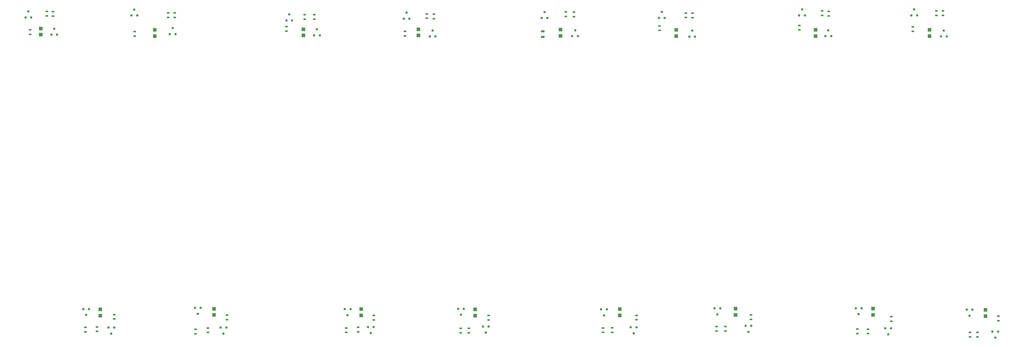
<source format=gbr>
G04 #@! TF.FileFunction,Paste,Top*
%FSLAX46Y46*%
G04 Gerber Fmt 4.6, Leading zero omitted, Abs format (unit mm)*
G04 Created by KiCad (PCBNEW 4.0.2-4+6225~38~ubuntu15.10.1-stable) date Thu 31 Mar 2016 04:29:23 PM CDT*
%MOMM*%
G01*
G04 APERTURE LIST*
%ADD10C,0.100000*%
%ADD11R,0.800100X0.800100*%
%ADD12R,0.900000X0.500000*%
%ADD13R,1.198880X1.198880*%
%ADD14R,1.300000X0.700000*%
G04 APERTURE END LIST*
D10*
D11*
X87700000Y-172900000D03*
X85800000Y-172900000D03*
X86750000Y-174898980D03*
X354200000Y-68300000D03*
X356100000Y-68300000D03*
X355150000Y-66301020D03*
D12*
X78050000Y-174350000D03*
X78050000Y-172850000D03*
D11*
X290300000Y-166500000D03*
X288400000Y-166500000D03*
X289350000Y-168498980D03*
X125200000Y-172901020D03*
X123300000Y-172901020D03*
X124250000Y-174900000D03*
D13*
X83100000Y-166800000D03*
X83100000Y-168898040D03*
X170250000Y-166700980D03*
X170250000Y-168799020D03*
X256700000Y-166701960D03*
X256700000Y-168800000D03*
X341400000Y-166551960D03*
X341400000Y-168650000D03*
D11*
X79300000Y-166700000D03*
X77400000Y-166700000D03*
X78350000Y-168698980D03*
X166700000Y-166751020D03*
X164800000Y-166751020D03*
X165750000Y-168750000D03*
X252400000Y-166800000D03*
X250500000Y-166800000D03*
X251450000Y-168798980D03*
X337550000Y-166449240D03*
X335650000Y-166449240D03*
X336600000Y-168448220D03*
X66700000Y-74800000D03*
X68600000Y-74800000D03*
X67650000Y-72801020D03*
X154550000Y-74998980D03*
X156450000Y-74998980D03*
X155500000Y-73000000D03*
X240850000Y-75300760D03*
X242750000Y-75300760D03*
X241800000Y-73301780D03*
X325500000Y-75300000D03*
X327400000Y-75300000D03*
X326450000Y-73301020D03*
D13*
X63200000Y-72701960D03*
X63200000Y-74800000D03*
X151000000Y-75049020D03*
X151000000Y-72950980D03*
X236900000Y-75198040D03*
X236900000Y-73100000D03*
X322200000Y-75249020D03*
X322200000Y-73150980D03*
X121100000Y-166600000D03*
X121100000Y-168698040D03*
X208400000Y-166800000D03*
X208400000Y-168898040D03*
X295400000Y-166550980D03*
X295400000Y-168649020D03*
X379000000Y-167001960D03*
X379000000Y-169100000D03*
D11*
X116600000Y-166300000D03*
X114700000Y-166300000D03*
X115650000Y-168298980D03*
X204600000Y-166600000D03*
X202700000Y-166600000D03*
X203650000Y-168598980D03*
X374600000Y-166901020D03*
X372700000Y-166901020D03*
X373650000Y-168900000D03*
X106313131Y-74559379D03*
X108213131Y-74559379D03*
X107263131Y-72560399D03*
X193200000Y-75400000D03*
X195100000Y-75400000D03*
X194150000Y-73401020D03*
X279975000Y-75423980D03*
X281875000Y-75423980D03*
X280925000Y-73425000D03*
X364100000Y-75398980D03*
X366000000Y-75398980D03*
X365050000Y-73400000D03*
D13*
X101313131Y-75257419D03*
X101313131Y-73159379D03*
X189449020Y-75049020D03*
X189449020Y-72950980D03*
X275600000Y-75298040D03*
X275600000Y-73200000D03*
X360300000Y-75299020D03*
X360300000Y-73200980D03*
D11*
X174450000Y-172751020D03*
X172550000Y-172751020D03*
X173500000Y-174750000D03*
X262300000Y-172849240D03*
X260400000Y-172849240D03*
X261350000Y-174848220D03*
X347400000Y-173150000D03*
X345500000Y-173150000D03*
X346450000Y-175148980D03*
X58100000Y-69000000D03*
X60000000Y-69000000D03*
X59050000Y-67001020D03*
X145300000Y-69998980D03*
X147200000Y-69998980D03*
X146250000Y-68000000D03*
X230650000Y-69198980D03*
X232550000Y-69198980D03*
X231600000Y-67200000D03*
X316700000Y-68300000D03*
X318600000Y-68300000D03*
X317650000Y-66301020D03*
X212900000Y-172600000D03*
X211000000Y-172600000D03*
X211950000Y-174598980D03*
X300700000Y-172300000D03*
X298800000Y-172300000D03*
X299750000Y-174298980D03*
X383200000Y-174250000D03*
X381300000Y-174250000D03*
X382250000Y-176248980D03*
X93513131Y-68359379D03*
X95413131Y-68359379D03*
X94463131Y-66360399D03*
X184500000Y-69400000D03*
X186400000Y-69400000D03*
X185450000Y-67401020D03*
X269825000Y-69173980D03*
X271725000Y-69173980D03*
X270775000Y-67175000D03*
D14*
X231000000Y-73650000D03*
X231000000Y-75550000D03*
D12*
X59650000Y-73200000D03*
X59650000Y-74700000D03*
X114950000Y-175000000D03*
X114950000Y-173500000D03*
X94550000Y-75250000D03*
X94550000Y-73750000D03*
X184900000Y-73700000D03*
X184900000Y-75200000D03*
X165250000Y-174550000D03*
X165250000Y-173050000D03*
X251100000Y-174550000D03*
X251100000Y-173050000D03*
X336150000Y-174900000D03*
X336150000Y-173400000D03*
X316750000Y-73200000D03*
X316750000Y-71700000D03*
X119050000Y-173050000D03*
X119050000Y-174550000D03*
X203550000Y-174650000D03*
X203550000Y-173150000D03*
X289100000Y-174100000D03*
X289100000Y-172600000D03*
X373800000Y-176050000D03*
X373800000Y-174550000D03*
X270000000Y-73350000D03*
X270000000Y-71850000D03*
X354650000Y-73650000D03*
X354650000Y-72150000D03*
X81950000Y-172700000D03*
X81950000Y-174200000D03*
X169300000Y-172800000D03*
X169300000Y-174300000D03*
X254200000Y-174500000D03*
X254200000Y-173000000D03*
X339700000Y-174950000D03*
X339700000Y-173450000D03*
X65250000Y-68500000D03*
X65250000Y-67000000D03*
X151400000Y-68100000D03*
X151400000Y-69600000D03*
X238700000Y-68650000D03*
X238700000Y-67150000D03*
X324400000Y-68350000D03*
X324400000Y-66850000D03*
X206300000Y-174650000D03*
X206300000Y-173150000D03*
X292000000Y-174100000D03*
X292000000Y-172600000D03*
X376250000Y-176050000D03*
X376250000Y-174550000D03*
X192250000Y-69300000D03*
X192250000Y-67800000D03*
X278800000Y-69050000D03*
X278800000Y-67550000D03*
X362550000Y-68350000D03*
X362550000Y-66850000D03*
X87700000Y-168550000D03*
X87700000Y-170050000D03*
X174500000Y-170350000D03*
X174500000Y-168850000D03*
X262300000Y-170300000D03*
X262300000Y-168800000D03*
X347500000Y-170750000D03*
X347500000Y-169250000D03*
X154600000Y-69600000D03*
X154600000Y-68100000D03*
X241400000Y-68750000D03*
X241400000Y-67250000D03*
X326550000Y-68500000D03*
X326550000Y-67000000D03*
X67250000Y-68550000D03*
X67250000Y-67050000D03*
X125400000Y-168750000D03*
X125400000Y-170250000D03*
X212900000Y-170350000D03*
X212900000Y-168850000D03*
X300600000Y-170150000D03*
X300600000Y-168650000D03*
X383300000Y-170600000D03*
X383300000Y-169100000D03*
X108000000Y-69000000D03*
X108000000Y-67500000D03*
X281050000Y-69100000D03*
X281050000Y-67600000D03*
X364750000Y-68300000D03*
X364750000Y-66800000D03*
X145300000Y-73600000D03*
X145300000Y-72100000D03*
X105800000Y-67500000D03*
X105800000Y-69000000D03*
X194600000Y-69400000D03*
X194600000Y-67900000D03*
M02*

</source>
